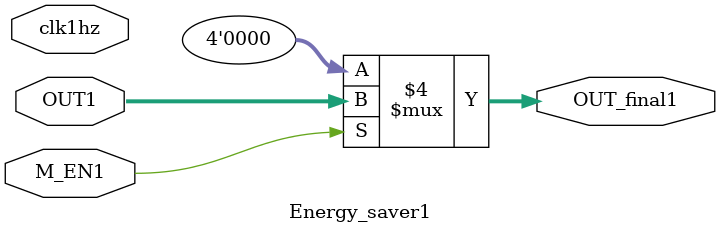
<source format=v>
module Energy_saver1 (input clk1hz, input M_EN1,input [3:0] OUT1, output reg [3:0] OUT_final1);


always @(*) begin
if(M_EN1==1)begin
OUT_final1=OUT1;
end else OUT_final1=4'b0000;
end
endmodule
</source>
